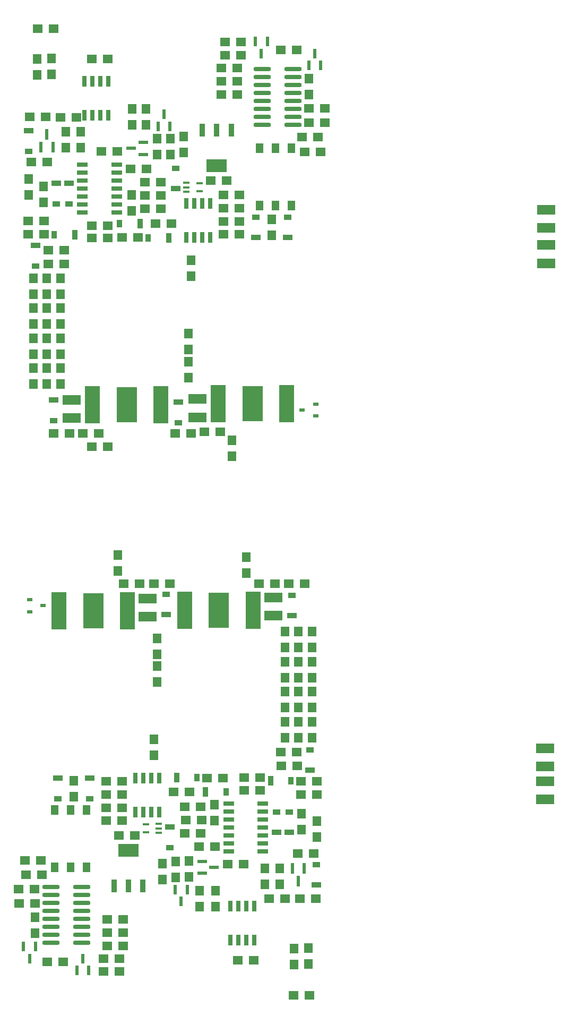
<source format=gtp>
G04 Layer_Color=8421504*
%FSLAX25Y25*%
%MOIN*%
G70*
G01*
G75*
%ADD10R,0.09409X0.23622*%
%ADD11R,0.12598X0.22047*%
%ADD12R,0.05500X0.06299*%
%ADD13R,0.06299X0.05500*%
%ADD14R,0.11811X0.06496*%
%ADD15R,0.04803X0.03583*%
G04:AMPARAMS|DCode=16|XSize=35.83mil|YSize=62.99mil|CornerRadius=8.96mil|HoleSize=0mil|Usage=FLASHONLY|Rotation=270.000|XOffset=0mil|YOffset=0mil|HoleType=Round|Shape=RoundedRectangle|*
%AMROUNDEDRECTD16*
21,1,0.03583,0.04508,0,0,270.0*
21,1,0.01791,0.06299,0,0,270.0*
1,1,0.01791,-0.02254,-0.00896*
1,1,0.01791,-0.02254,0.00896*
1,1,0.01791,0.02254,0.00896*
1,1,0.01791,0.02254,-0.00896*
%
%ADD16ROUNDEDRECTD16*%
%ADD17R,0.03583X0.04803*%
G04:AMPARAMS|DCode=18|XSize=35.83mil|YSize=62.99mil|CornerRadius=8.96mil|HoleSize=0mil|Usage=FLASHONLY|Rotation=180.000|XOffset=0mil|YOffset=0mil|HoleType=Round|Shape=RoundedRectangle|*
%AMROUNDEDRECTD18*
21,1,0.03583,0.04508,0,0,180.0*
21,1,0.01791,0.06299,0,0,180.0*
1,1,0.01791,-0.00896,0.02254*
1,1,0.01791,0.00896,0.02254*
1,1,0.01791,0.00896,-0.02254*
1,1,0.01791,-0.00896,-0.02254*
%
%ADD18ROUNDEDRECTD18*%
%ADD19R,0.02362X0.05906*%
%ADD20R,0.05906X0.02362*%
%ADD21R,0.06890X0.03150*%
%ADD22R,0.02362X0.07087*%
%ADD23R,0.03347X0.02362*%
%ADD24R,0.03150X0.06890*%
%ADD25R,0.12598X0.08268*%
%ADD26R,0.03543X0.08268*%
%ADD27O,0.11024X0.02756*%
%ADD28R,0.04724X0.06299*%
G04:AMPARAMS|DCode=29|XSize=39.37mil|YSize=15.75mil|CornerRadius=3.94mil|HoleSize=0mil|Usage=FLASHONLY|Rotation=180.000|XOffset=0mil|YOffset=0mil|HoleType=Round|Shape=RoundedRectangle|*
%AMROUNDEDRECTD29*
21,1,0.03937,0.00787,0,0,180.0*
21,1,0.03150,0.01575,0,0,180.0*
1,1,0.00787,-0.01575,0.00394*
1,1,0.00787,0.01575,0.00394*
1,1,0.00787,0.01575,-0.00394*
1,1,0.00787,-0.01575,-0.00394*
%
%ADD29ROUNDEDRECTD29*%
D10*
X414016Y343701D02*
D03*
X371024D02*
D03*
X392252Y473213D02*
D03*
X435244D02*
D03*
X313252Y472713D02*
D03*
X356244D02*
D03*
X335276Y343307D02*
D03*
X292284D02*
D03*
D11*
X392520Y343701D02*
D03*
X413748Y473213D02*
D03*
X334748Y472713D02*
D03*
X313779Y343307D02*
D03*
D12*
X365387Y176106D02*
D03*
Y186106D02*
D03*
X421427Y181748D02*
D03*
Y171748D02*
D03*
X373728Y176160D02*
D03*
Y186160D02*
D03*
X451071Y263708D02*
D03*
Y273708D02*
D03*
Y282541D02*
D03*
Y292541D02*
D03*
Y301374D02*
D03*
Y311374D02*
D03*
Y320207D02*
D03*
Y330207D02*
D03*
X434213Y320207D02*
D03*
Y330207D02*
D03*
Y311374D02*
D03*
Y301374D02*
D03*
Y292541D02*
D03*
Y282541D02*
D03*
Y263708D02*
D03*
Y273708D02*
D03*
X351964Y252484D02*
D03*
Y262484D02*
D03*
X353843Y316039D02*
D03*
Y326039D02*
D03*
X442642Y263708D02*
D03*
Y273708D02*
D03*
Y282541D02*
D03*
Y292541D02*
D03*
Y301374D02*
D03*
Y311374D02*
D03*
Y320207D02*
D03*
Y330207D02*
D03*
X357119Y174531D02*
D03*
Y184531D02*
D03*
X430680Y171748D02*
D03*
Y181748D02*
D03*
X389796Y211539D02*
D03*
Y221539D02*
D03*
X444594Y216081D02*
D03*
Y206081D02*
D03*
X390514Y157572D02*
D03*
Y167572D02*
D03*
X301532Y226694D02*
D03*
Y236695D02*
D03*
X454043Y211357D02*
D03*
Y201357D02*
D03*
X277321Y140903D02*
D03*
Y150903D02*
D03*
X380421Y167656D02*
D03*
Y157656D02*
D03*
X448851Y121776D02*
D03*
Y131776D02*
D03*
X439796Y121382D02*
D03*
Y131382D02*
D03*
X329171Y378255D02*
D03*
Y368255D02*
D03*
X409880Y377074D02*
D03*
Y367074D02*
D03*
X353843Y298539D02*
D03*
Y308539D02*
D03*
X287439Y690066D02*
D03*
Y680066D02*
D03*
X346813Y648123D02*
D03*
Y658123D02*
D03*
X284593Y485572D02*
D03*
Y495572D02*
D03*
Y504405D02*
D03*
Y514405D02*
D03*
Y523238D02*
D03*
Y533238D02*
D03*
Y542071D02*
D03*
Y552071D02*
D03*
X449126Y677238D02*
D03*
Y667238D02*
D03*
X273191Y614422D02*
D03*
Y604422D02*
D03*
X425703Y579084D02*
D03*
Y589084D02*
D03*
X278383Y679673D02*
D03*
Y689673D02*
D03*
X305807Y644031D02*
D03*
Y634031D02*
D03*
X353900Y629619D02*
D03*
Y639619D02*
D03*
X293022Y542071D02*
D03*
Y552071D02*
D03*
Y533238D02*
D03*
Y523238D02*
D03*
Y514405D02*
D03*
Y504405D02*
D03*
X276164Y542071D02*
D03*
Y552071D02*
D03*
Y523238D02*
D03*
Y533238D02*
D03*
Y504405D02*
D03*
Y514405D02*
D03*
Y485572D02*
D03*
Y495572D02*
D03*
X293022Y485572D02*
D03*
Y495572D02*
D03*
X338226Y648176D02*
D03*
Y658177D02*
D03*
X282640Y609698D02*
D03*
Y599698D02*
D03*
X337832Y594240D02*
D03*
Y604240D02*
D03*
X296555Y634031D02*
D03*
Y644031D02*
D03*
X370510Y630854D02*
D03*
Y640854D02*
D03*
X375271Y563295D02*
D03*
Y553295D02*
D03*
X400750Y440249D02*
D03*
Y450249D02*
D03*
X373391Y499740D02*
D03*
Y489740D02*
D03*
Y517240D02*
D03*
Y507239D02*
D03*
X362242Y639673D02*
D03*
Y629673D02*
D03*
D13*
X398246Y184246D02*
D03*
X408246D02*
D03*
X374334Y229595D02*
D03*
X364334D02*
D03*
X418428Y238650D02*
D03*
X408428D02*
D03*
X381814Y211879D02*
D03*
X371814D02*
D03*
X381027Y203611D02*
D03*
X371027D02*
D03*
X381027Y220146D02*
D03*
X371027D02*
D03*
X441643Y254696D02*
D03*
X431643D02*
D03*
X444309Y227946D02*
D03*
X454309D02*
D03*
X444255Y236288D02*
D03*
X454255D02*
D03*
X441710Y246057D02*
D03*
X431710D02*
D03*
X408428Y230776D02*
D03*
X418428D02*
D03*
X331868Y236214D02*
D03*
X321868D02*
D03*
X321814Y228021D02*
D03*
X331814D02*
D03*
X339742Y202356D02*
D03*
X329742D02*
D03*
X395253Y238183D02*
D03*
X385254D02*
D03*
X321814Y219753D02*
D03*
X331814D02*
D03*
X404491Y124083D02*
D03*
X414491D02*
D03*
X424176Y162666D02*
D03*
X434176D02*
D03*
X321814Y211485D02*
D03*
X331814D02*
D03*
X320020Y116820D02*
D03*
X330020D02*
D03*
X277227Y159676D02*
D03*
X267228D02*
D03*
X332382Y141251D02*
D03*
X322382D02*
D03*
X342891Y360230D02*
D03*
X332891D02*
D03*
X270717Y186750D02*
D03*
X280717D02*
D03*
X452340Y190939D02*
D03*
X442340D02*
D03*
X453521Y162592D02*
D03*
X443521D02*
D03*
X320020Y124995D02*
D03*
X330020D02*
D03*
X322373Y149550D02*
D03*
X332373D02*
D03*
X276834Y168676D02*
D03*
X266834D02*
D03*
X281558Y177676D02*
D03*
X271558D02*
D03*
X322382Y133039D02*
D03*
X332382D02*
D03*
X294860Y122828D02*
D03*
X284860D02*
D03*
X446387Y360242D02*
D03*
X436387D02*
D03*
X427887D02*
D03*
X417887D02*
D03*
X390135Y195269D02*
D03*
X380135D02*
D03*
X273713Y653187D02*
D03*
X283713D02*
D03*
X274894Y624840D02*
D03*
X284894D02*
D03*
X288885Y708625D02*
D03*
X278885D02*
D03*
X439461Y102006D02*
D03*
X449461D02*
D03*
X347099Y620510D02*
D03*
X337099D02*
D03*
X272979Y579491D02*
D03*
X282979D02*
D03*
X272926Y587832D02*
D03*
X282926D02*
D03*
X395421Y596026D02*
D03*
X405420D02*
D03*
X449220Y658465D02*
D03*
X459220D02*
D03*
X431587Y695313D02*
D03*
X441587D02*
D03*
X404065Y683921D02*
D03*
X394065D02*
D03*
X444889Y640465D02*
D03*
X454889D02*
D03*
X449220Y649465D02*
D03*
X459220D02*
D03*
X404074Y667410D02*
D03*
X394074D02*
D03*
X406428Y691965D02*
D03*
X396428D02*
D03*
X456517Y631391D02*
D03*
X446517D02*
D03*
X394065Y675709D02*
D03*
X404065D02*
D03*
X406428Y700140D02*
D03*
X396428D02*
D03*
X293058Y653113D02*
D03*
X303058D02*
D03*
X395421Y604294D02*
D03*
X405420D02*
D03*
X362901Y586184D02*
D03*
X352901D02*
D03*
X322743Y577129D02*
D03*
X312743D02*
D03*
X356208Y603900D02*
D03*
X346208D02*
D03*
X356208Y595632D02*
D03*
X346208D02*
D03*
X356208Y612168D02*
D03*
X346208D02*
D03*
X295591Y561083D02*
D03*
X285591D02*
D03*
X318989Y631533D02*
D03*
X328989D02*
D03*
X312743Y689727D02*
D03*
X322743D02*
D03*
X395421Y587758D02*
D03*
X405420D02*
D03*
X405367Y579565D02*
D03*
X395367D02*
D03*
X341981Y577596D02*
D03*
X331981D02*
D03*
X312743Y585003D02*
D03*
X322743D02*
D03*
X295524Y569722D02*
D03*
X285524D02*
D03*
X387493Y613423D02*
D03*
X397493D02*
D03*
X383556Y455549D02*
D03*
X393556D02*
D03*
X307221Y454750D02*
D03*
X317221D02*
D03*
X288721D02*
D03*
X298721D02*
D03*
X322743Y446420D02*
D03*
X312743D02*
D03*
X361868Y360230D02*
D03*
X351868D02*
D03*
X365131Y454525D02*
D03*
X375131D02*
D03*
D14*
X597638Y257087D02*
D03*
Y245669D02*
D03*
X598032Y572835D02*
D03*
Y561417D02*
D03*
Y594882D02*
D03*
Y583465D02*
D03*
X597638Y236221D02*
D03*
Y224803D02*
D03*
X347987Y351066D02*
D03*
Y339649D02*
D03*
X426987Y351566D02*
D03*
Y340149D02*
D03*
X379248Y464713D02*
D03*
Y476130D02*
D03*
X300248Y464213D02*
D03*
Y475630D02*
D03*
D15*
X359518Y353712D02*
D03*
X367323Y461280D02*
D03*
X449676Y256074D02*
D03*
X436683Y217098D02*
D03*
X428809D02*
D03*
X361880Y194775D02*
D03*
X454006Y184027D02*
D03*
X291492Y225336D02*
D03*
X311492D02*
D03*
X438487Y353003D02*
D03*
X273228Y631752D02*
D03*
X277559Y559705D02*
D03*
X415742Y590443D02*
D03*
X435743D02*
D03*
X298425Y598681D02*
D03*
X290551D02*
D03*
X365354Y621004D02*
D03*
X288748Y462776D02*
D03*
D16*
X359518Y340838D02*
D03*
X367323Y474154D02*
D03*
X449676Y243200D02*
D03*
X436683Y204224D02*
D03*
X428809D02*
D03*
X361880Y207649D02*
D03*
X454006Y171153D02*
D03*
X291492Y238210D02*
D03*
X311492D02*
D03*
X438487Y340129D02*
D03*
X273228Y644626D02*
D03*
X277559Y572579D02*
D03*
X415742Y577569D02*
D03*
X435743D02*
D03*
X298425Y611555D02*
D03*
X290551D02*
D03*
X365354Y608130D02*
D03*
X288748Y475650D02*
D03*
D17*
X397058Y229558D02*
D03*
X378947Y238613D02*
D03*
X438002Y236645D02*
D03*
X348287Y577166D02*
D03*
X330177Y586221D02*
D03*
X289232Y579134D02*
D03*
D18*
X384183Y229558D02*
D03*
X366073Y238613D02*
D03*
X425128Y236645D02*
D03*
X361161Y577166D02*
D03*
X343051Y586221D02*
D03*
X302106Y579134D02*
D03*
D19*
X368967Y160857D02*
D03*
X365227Y168338D02*
D03*
X372707D02*
D03*
X307156Y125031D02*
D03*
X310896Y117550D02*
D03*
X303416D02*
D03*
X273691Y125031D02*
D03*
X269951Y132511D02*
D03*
X277432D02*
D03*
X358268Y654921D02*
D03*
X362008Y647441D02*
D03*
X354528D02*
D03*
X419291Y693110D02*
D03*
X415551Y700591D02*
D03*
X423032D02*
D03*
X452756Y693110D02*
D03*
X456496Y685630D02*
D03*
X449016D02*
D03*
D20*
X389636Y182314D02*
D03*
X382156Y178574D02*
D03*
Y186054D02*
D03*
X337598Y633465D02*
D03*
X345079Y637205D02*
D03*
Y629725D02*
D03*
D21*
X420246Y192353D02*
D03*
Y197353D02*
D03*
Y202354D02*
D03*
Y207353D02*
D03*
Y212353D02*
D03*
Y217354D02*
D03*
Y222354D02*
D03*
X398790Y192353D02*
D03*
Y197353D02*
D03*
Y202354D02*
D03*
Y207353D02*
D03*
Y212353D02*
D03*
Y217354D02*
D03*
Y222354D02*
D03*
X306988Y623425D02*
D03*
Y618425D02*
D03*
Y613425D02*
D03*
Y608425D02*
D03*
Y603425D02*
D03*
Y598425D02*
D03*
Y593425D02*
D03*
X328445Y623425D02*
D03*
Y618425D02*
D03*
Y613425D02*
D03*
Y608425D02*
D03*
Y603425D02*
D03*
Y598425D02*
D03*
Y593425D02*
D03*
D22*
X442589Y173653D02*
D03*
X438849Y181527D02*
D03*
X446329D02*
D03*
X284646Y642126D02*
D03*
X288386Y634252D02*
D03*
X280906D02*
D03*
D23*
X282254Y346487D02*
D03*
X273790Y342747D02*
D03*
Y350228D02*
D03*
X444980Y469291D02*
D03*
X453445Y473032D02*
D03*
Y465551D02*
D03*
D24*
X340207Y216861D02*
D03*
X345207D02*
D03*
X350207D02*
D03*
X355207D02*
D03*
X340207Y238318D02*
D03*
X345207D02*
D03*
X350207D02*
D03*
X355207D02*
D03*
X399980Y136516D02*
D03*
X404980D02*
D03*
X409980D02*
D03*
X414980D02*
D03*
X399980Y157972D02*
D03*
X404980D02*
D03*
X409980D02*
D03*
X414980D02*
D03*
X323248Y675689D02*
D03*
X318248D02*
D03*
X313248D02*
D03*
X308248D02*
D03*
X323248Y654232D02*
D03*
X318248D02*
D03*
X313248D02*
D03*
X308248D02*
D03*
X387028Y598917D02*
D03*
X382028D02*
D03*
X377028D02*
D03*
X372028D02*
D03*
X387028Y577461D02*
D03*
X382028D02*
D03*
X377028D02*
D03*
X372028D02*
D03*
D25*
X391339Y622638D02*
D03*
X335827Y193110D02*
D03*
D26*
X382283Y645079D02*
D03*
X391339D02*
D03*
X400394D02*
D03*
X326772Y170669D02*
D03*
X335827D02*
D03*
X344882D02*
D03*
D27*
X439173Y648248D02*
D03*
Y653248D02*
D03*
Y658248D02*
D03*
Y663248D02*
D03*
Y668248D02*
D03*
Y673248D02*
D03*
Y678248D02*
D03*
Y683248D02*
D03*
X419882Y648248D02*
D03*
Y653248D02*
D03*
Y658248D02*
D03*
Y663248D02*
D03*
Y668248D02*
D03*
Y673248D02*
D03*
Y678248D02*
D03*
Y683248D02*
D03*
X306565Y134893D02*
D03*
Y139893D02*
D03*
Y144893D02*
D03*
Y149893D02*
D03*
Y154893D02*
D03*
Y159893D02*
D03*
Y164893D02*
D03*
Y169893D02*
D03*
X287274Y134893D02*
D03*
Y139893D02*
D03*
Y144893D02*
D03*
Y149893D02*
D03*
Y154893D02*
D03*
Y159893D02*
D03*
Y164893D02*
D03*
Y169893D02*
D03*
D28*
X418065Y597487D02*
D03*
X428065D02*
D03*
X438065D02*
D03*
X418065Y633471D02*
D03*
X428065D02*
D03*
X438065D02*
D03*
X289563Y182308D02*
D03*
X299563D02*
D03*
X309563D02*
D03*
X289563Y218292D02*
D03*
X299563D02*
D03*
X309563D02*
D03*
D29*
X346723Y204165D02*
D03*
Y209283D02*
D03*
X354991Y209558D02*
D03*
Y206724D02*
D03*
Y203928D02*
D03*
X372244Y611851D02*
D03*
Y609055D02*
D03*
Y606221D02*
D03*
X380512Y606496D02*
D03*
Y611614D02*
D03*
M02*

</source>
